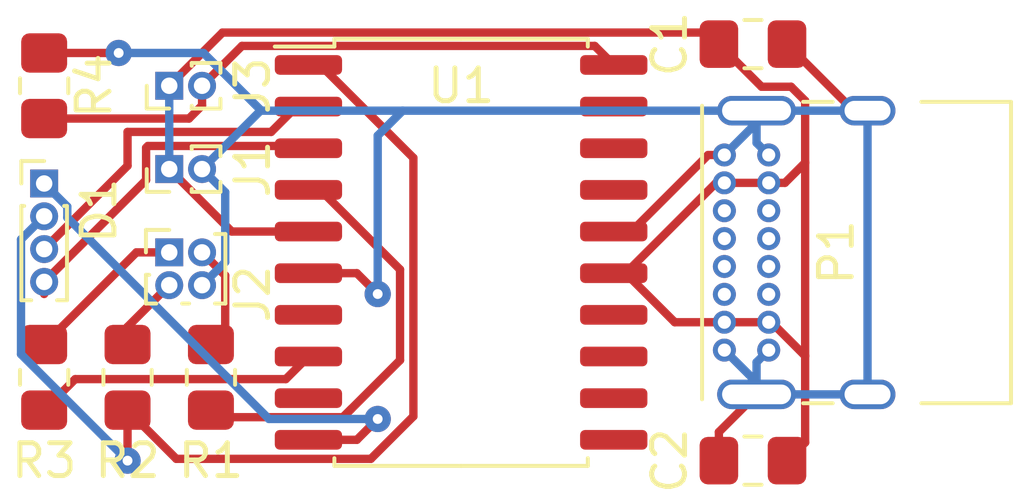
<source format=kicad_pcb>
(kicad_pcb (version 20171130) (host pcbnew "(5.1.7)-1")

  (general
    (thickness 1.6)
    (drawings 4)
    (tracks 115)
    (zones 0)
    (modules 12)
    (nets 26)
  )

  (page A4)
  (layers
    (0 F.Cu signal)
    (31 B.Cu signal)
    (32 B.Adhes user)
    (33 F.Adhes user)
    (34 B.Paste user)
    (35 F.Paste user)
    (36 B.SilkS user)
    (37 F.SilkS user)
    (38 B.Mask user)
    (39 F.Mask user)
    (40 Dwgs.User user)
    (41 Cmts.User user)
    (42 Eco1.User user)
    (43 Eco2.User user)
    (44 Edge.Cuts user)
    (45 Margin user)
    (46 B.CrtYd user)
    (47 F.CrtYd user)
    (48 B.Fab user)
    (49 F.Fab user)
  )

  (setup
    (last_trace_width 0.254)
    (user_trace_width 0.254)
    (trace_clearance 0.153)
    (zone_clearance 0.508)
    (zone_45_only no)
    (trace_min 0.153)
    (via_size 0.8)
    (via_drill 0.3)
    (via_min_size 0.4)
    (via_min_drill 0.3)
    (uvia_size 0.3)
    (uvia_drill 0.1)
    (uvias_allowed no)
    (uvia_min_size 0.2)
    (uvia_min_drill 0.1)
    (edge_width 0.05)
    (segment_width 0.2)
    (pcb_text_width 0.3)
    (pcb_text_size 1.5 1.5)
    (mod_edge_width 0.12)
    (mod_text_size 1 1)
    (mod_text_width 0.15)
    (pad_size 1.524 1.524)
    (pad_drill 0.762)
    (pad_to_mask_clearance 0)
    (aux_axis_origin 0 0)
    (visible_elements FFFFFF7F)
    (pcbplotparams
      (layerselection 0x010fc_ffffffff)
      (usegerberextensions false)
      (usegerberattributes true)
      (usegerberadvancedattributes true)
      (creategerberjobfile true)
      (excludeedgelayer true)
      (linewidth 0.100000)
      (plotframeref false)
      (viasonmask false)
      (mode 1)
      (useauxorigin false)
      (hpglpennumber 1)
      (hpglpenspeed 20)
      (hpglpendiameter 15.000000)
      (psnegative false)
      (psa4output false)
      (plotreference true)
      (plotvalue true)
      (plotinvisibletext false)
      (padsonsilk false)
      (subtractmaskfromsilk false)
      (outputformat 1)
      (mirror false)
      (drillshape 1)
      (scaleselection 1)
      (outputdirectory ""))
  )

  (net 0 "")
  (net 1 "Net-(C1-Pad2)")
  (net 2 "Net-(C1-Pad1)")
  (net 3 "Net-(D1-Pad3)")
  (net 4 "Net-(D1-Pad2)")
  (net 5 "Net-(D1-Pad1)")
  (net 6 "Net-(J2-Pad4)")
  (net 7 "Net-(J2-Pad3)")
  (net 8 "Net-(J2-Pad2)")
  (net 9 "Net-(J2-Pad1)")
  (net 10 "Net-(J3-Pad2)")
  (net 11 "Net-(P1-PadB5)")
  (net 12 "Net-(P1-PadA7)")
  (net 13 "Net-(P1-PadA6)")
  (net 14 "Net-(P1-PadA5)")
  (net 15 "Net-(R1-Pad2)")
  (net 16 "Net-(R2-Pad2)")
  (net 17 "Net-(U1-Pad19)")
  (net 18 "Net-(U1-Pad18)")
  (net 19 "Net-(U1-Pad17)")
  (net 20 "Net-(U1-Pad14)")
  (net 21 "Net-(U1-Pad13)")
  (net 22 "Net-(U1-Pad12)")
  (net 23 "Net-(U1-Pad11)")
  (net 24 "Net-(U1-Pad9)")
  (net 25 "Net-(U1-Pad7)")

  (net_class Default "This is the default net class."
    (clearance 0.153)
    (trace_width 0.153)
    (via_dia 0.8)
    (via_drill 0.3)
    (uvia_dia 0.3)
    (uvia_drill 0.1)
    (add_net "Net-(C1-Pad1)")
    (add_net "Net-(C1-Pad2)")
    (add_net "Net-(D1-Pad1)")
    (add_net "Net-(D1-Pad2)")
    (add_net "Net-(D1-Pad3)")
    (add_net "Net-(J2-Pad1)")
    (add_net "Net-(J2-Pad2)")
    (add_net "Net-(J2-Pad3)")
    (add_net "Net-(J2-Pad4)")
    (add_net "Net-(J3-Pad2)")
    (add_net "Net-(P1-PadA5)")
    (add_net "Net-(P1-PadA6)")
    (add_net "Net-(P1-PadA7)")
    (add_net "Net-(P1-PadB5)")
    (add_net "Net-(R1-Pad2)")
    (add_net "Net-(R2-Pad2)")
    (add_net "Net-(U1-Pad11)")
    (add_net "Net-(U1-Pad12)")
    (add_net "Net-(U1-Pad13)")
    (add_net "Net-(U1-Pad14)")
    (add_net "Net-(U1-Pad17)")
    (add_net "Net-(U1-Pad18)")
    (add_net "Net-(U1-Pad19)")
    (add_net "Net-(U1-Pad7)")
    (add_net "Net-(U1-Pad9)")
  )

  (module Connector_USB:USB_C_Receptacle_GCT_USB4085 (layer F.Cu) (tedit 5BCCCD93) (tstamp 60B2F27A)
    (at 152.8 104.58 90)
    (descr "USB 2.0 Type C Receptacle, https://gct.co/Files/Drawings/USB4085.pdf")
    (tags "USB Type-C Receptacle Through-hole Right angle")
    (path /60B29D1E)
    (fp_text reference P1 (at 2.98 3.41 90) (layer F.SilkS)
      (effects (font (size 1 1) (thickness 0.15)))
    )
    (fp_text value USB_C (at 2.98 4.68 270) (layer F.Fab)
      (effects (font (size 1 1) (thickness 0.15)))
    )
    (fp_text user %R (at 0 2.04 90) (layer F.Fab)
      (effects (font (size 1 1) (thickness 0.1)))
    )
    (fp_text user "PCB Edge" (at 0 -0.96 90) (layer Dwgs.User)
      (effects (font (size 0.5 0.5) (thickness 0.08)))
    )
    (fp_line (start -1.5 -0.56) (end 7.45 -0.56) (layer F.Fab) (width 0.1))
    (fp_line (start -1.5 8.61) (end 7.45 8.61) (layer F.Fab) (width 0.1))
    (fp_line (start -1.62 8.73) (end 7.57 8.73) (layer F.SilkS) (width 0.12))
    (fp_line (start -1.5 -0.68) (end 7.45 -0.68) (layer F.SilkS) (width 0.12))
    (fp_line (start -1.5 -0.56) (end -1.5 8.61) (layer F.Fab) (width 0.1))
    (fp_line (start 7.45 -0.56) (end 7.45 8.61) (layer F.Fab) (width 0.1))
    (fp_line (start 7.57 6) (end 7.57 8.73) (layer F.SilkS) (width 0.12))
    (fp_line (start -1.62 6) (end -1.62 8.73) (layer F.SilkS) (width 0.12))
    (fp_line (start 7.57 2.4) (end 7.57 3.3) (layer F.SilkS) (width 0.12))
    (fp_line (start -1.62 2.4) (end -1.62 3.3) (layer F.SilkS) (width 0.12))
    (fp_line (start -2.3 -1.06) (end -2.3 9.11) (layer F.CrtYd) (width 0.05))
    (fp_line (start -2.3 9.11) (end 8.25 9.11) (layer F.CrtYd) (width 0.05))
    (fp_line (start -2.3 -1.06) (end 8.25 -1.06) (layer F.CrtYd) (width 0.05))
    (fp_line (start 8.25 -1.06) (end 8.25 9.11) (layer F.CrtYd) (width 0.05))
    (fp_line (start -0.025 6.1) (end 5.975 6.1) (layer F.Fab) (width 0.1))
    (pad S1 thru_hole oval (at 7.3 4.36 90) (size 0.9 1.7) (drill oval 0.6 1.4) (layers *.Cu *.Mask)
      (net 1 "Net-(C1-Pad2)"))
    (pad S1 thru_hole oval (at -1.35 4.36 90) (size 0.9 1.7) (drill oval 0.6 1.4) (layers *.Cu *.Mask)
      (net 1 "Net-(C1-Pad2)"))
    (pad S1 thru_hole oval (at 7.3 0.98 90) (size 0.9 2.4) (drill oval 0.6 2.1) (layers *.Cu *.Mask)
      (net 1 "Net-(C1-Pad2)"))
    (pad S1 thru_hole oval (at -1.35 0.98 90) (size 0.9 2.4) (drill oval 0.6 2.1) (layers *.Cu *.Mask)
      (net 1 "Net-(C1-Pad2)"))
    (pad B6 thru_hole circle (at 3.4 1.35 90) (size 0.7 0.7) (drill 0.4) (layers *.Cu *.Mask))
    (pad B1 thru_hole circle (at 5.95 1.35 90) (size 0.7 0.7) (drill 0.4) (layers *.Cu *.Mask)
      (net 1 "Net-(C1-Pad2)"))
    (pad B4 thru_hole circle (at 5.1 1.35 90) (size 0.7 0.7) (drill 0.4) (layers *.Cu *.Mask)
      (net 2 "Net-(C1-Pad1)"))
    (pad B5 thru_hole circle (at 4.25 1.35 90) (size 0.7 0.7) (drill 0.4) (layers *.Cu *.Mask)
      (net 11 "Net-(P1-PadB5)"))
    (pad B12 thru_hole circle (at 0 1.35 90) (size 0.7 0.7) (drill 0.4) (layers *.Cu *.Mask)
      (net 1 "Net-(C1-Pad2)"))
    (pad B8 thru_hole circle (at 1.7 1.35 90) (size 0.7 0.7) (drill 0.4) (layers *.Cu *.Mask))
    (pad B7 thru_hole circle (at 2.55 1.35 90) (size 0.7 0.7) (drill 0.4) (layers *.Cu *.Mask))
    (pad B9 thru_hole circle (at 0.85 1.35 90) (size 0.7 0.7) (drill 0.4) (layers *.Cu *.Mask)
      (net 2 "Net-(C1-Pad1)"))
    (pad A12 thru_hole circle (at 5.95 0 90) (size 0.7 0.7) (drill 0.4) (layers *.Cu *.Mask)
      (net 1 "Net-(C1-Pad2)"))
    (pad A9 thru_hole circle (at 5.1 0 90) (size 0.7 0.7) (drill 0.4) (layers *.Cu *.Mask)
      (net 2 "Net-(C1-Pad1)"))
    (pad A8 thru_hole circle (at 4.25 0 90) (size 0.7 0.7) (drill 0.4) (layers *.Cu *.Mask))
    (pad A7 thru_hole circle (at 3.4 0 90) (size 0.7 0.7) (drill 0.4) (layers *.Cu *.Mask)
      (net 12 "Net-(P1-PadA7)"))
    (pad A6 thru_hole circle (at 2.55 0 90) (size 0.7 0.7) (drill 0.4) (layers *.Cu *.Mask)
      (net 13 "Net-(P1-PadA6)"))
    (pad A5 thru_hole circle (at 1.7 0 90) (size 0.7 0.7) (drill 0.4) (layers *.Cu *.Mask)
      (net 14 "Net-(P1-PadA5)"))
    (pad A4 thru_hole circle (at 0.85 0 90) (size 0.7 0.7) (drill 0.4) (layers *.Cu *.Mask)
      (net 2 "Net-(C1-Pad1)"))
    (pad A1 thru_hole circle (at 0 0 90) (size 0.7 0.7) (drill 0.4) (layers *.Cu *.Mask)
      (net 1 "Net-(C1-Pad2)"))
    (model ${KISYS3DMOD}/Connector_USB.3dshapes/USB_C_Receptacle_GCT_USB4085.wrl
      (at (xyz 0 0 0))
      (scale (xyz 1 1 1))
      (rotate (xyz 0 0 0))
    )
  )

  (module Package_SO:SOIC-20W_7.5x12.8mm_P1.27mm (layer F.Cu) (tedit 5D9F72B1) (tstamp 60B2F2E9)
    (at 144.78 101.6)
    (descr "SOIC, 20 Pin (JEDEC MS-013AC, https://www.analog.com/media/en/package-pcb-resources/package/233848rw_20.pdf), generated with kicad-footprint-generator ipc_gullwing_generator.py")
    (tags "SOIC SO")
    (path /60B444FB)
    (attr smd)
    (fp_text reference U1 (at 0 -5.08) (layer F.SilkS)
      (effects (font (size 1 1) (thickness 0.15)))
    )
    (fp_text value ATtiny261 (at 2.54 0 90) (layer F.Fab)
      (effects (font (size 1 1) (thickness 0.15)))
    )
    (fp_text user %R (at 0 0) (layer F.Fab)
      (effects (font (size 1 1) (thickness 0.15)))
    )
    (fp_line (start 0 6.51) (end 3.86 6.51) (layer F.SilkS) (width 0.12))
    (fp_line (start 3.86 6.51) (end 3.86 6.275) (layer F.SilkS) (width 0.12))
    (fp_line (start 0 6.51) (end -3.86 6.51) (layer F.SilkS) (width 0.12))
    (fp_line (start -3.86 6.51) (end -3.86 6.275) (layer F.SilkS) (width 0.12))
    (fp_line (start 0 -6.51) (end 3.86 -6.51) (layer F.SilkS) (width 0.12))
    (fp_line (start 3.86 -6.51) (end 3.86 -6.275) (layer F.SilkS) (width 0.12))
    (fp_line (start 0 -6.51) (end -3.86 -6.51) (layer F.SilkS) (width 0.12))
    (fp_line (start -3.86 -6.51) (end -3.86 -6.275) (layer F.SilkS) (width 0.12))
    (fp_line (start -3.86 -6.275) (end -5.675 -6.275) (layer F.SilkS) (width 0.12))
    (fp_line (start -2.75 -6.4) (end 3.75 -6.4) (layer F.Fab) (width 0.1))
    (fp_line (start 3.75 -6.4) (end 3.75 6.4) (layer F.Fab) (width 0.1))
    (fp_line (start 3.75 6.4) (end -3.75 6.4) (layer F.Fab) (width 0.1))
    (fp_line (start -3.75 6.4) (end -3.75 -5.4) (layer F.Fab) (width 0.1))
    (fp_line (start -3.75 -5.4) (end -2.75 -6.4) (layer F.Fab) (width 0.1))
    (fp_line (start -5.93 -6.65) (end -5.93 6.65) (layer F.CrtYd) (width 0.05))
    (fp_line (start -5.93 6.65) (end 5.93 6.65) (layer F.CrtYd) (width 0.05))
    (fp_line (start 5.93 6.65) (end 5.93 -6.65) (layer F.CrtYd) (width 0.05))
    (fp_line (start 5.93 -6.65) (end -5.93 -6.65) (layer F.CrtYd) (width 0.05))
    (pad 20 smd roundrect (at 4.65 -5.715) (size 2.05 0.6) (layers F.Cu F.Paste F.Mask) (roundrect_rratio 0.25)
      (net 10 "Net-(J3-Pad2)"))
    (pad 19 smd roundrect (at 4.65 -4.445) (size 2.05 0.6) (layers F.Cu F.Paste F.Mask) (roundrect_rratio 0.25)
      (net 17 "Net-(U1-Pad19)"))
    (pad 18 smd roundrect (at 4.65 -3.175) (size 2.05 0.6) (layers F.Cu F.Paste F.Mask) (roundrect_rratio 0.25)
      (net 18 "Net-(U1-Pad18)"))
    (pad 17 smd roundrect (at 4.65 -1.905) (size 2.05 0.6) (layers F.Cu F.Paste F.Mask) (roundrect_rratio 0.25)
      (net 19 "Net-(U1-Pad17)"))
    (pad 16 smd roundrect (at 4.65 -0.635) (size 2.05 0.6) (layers F.Cu F.Paste F.Mask) (roundrect_rratio 0.25)
      (net 1 "Net-(C1-Pad2)"))
    (pad 15 smd roundrect (at 4.65 0.635) (size 2.05 0.6) (layers F.Cu F.Paste F.Mask) (roundrect_rratio 0.25)
      (net 2 "Net-(C1-Pad1)"))
    (pad 14 smd roundrect (at 4.65 1.905) (size 2.05 0.6) (layers F.Cu F.Paste F.Mask) (roundrect_rratio 0.25)
      (net 20 "Net-(U1-Pad14)"))
    (pad 13 smd roundrect (at 4.65 3.175) (size 2.05 0.6) (layers F.Cu F.Paste F.Mask) (roundrect_rratio 0.25)
      (net 21 "Net-(U1-Pad13)"))
    (pad 12 smd roundrect (at 4.65 4.445) (size 2.05 0.6) (layers F.Cu F.Paste F.Mask) (roundrect_rratio 0.25)
      (net 22 "Net-(U1-Pad12)"))
    (pad 11 smd roundrect (at 4.65 5.715) (size 2.05 0.6) (layers F.Cu F.Paste F.Mask) (roundrect_rratio 0.25)
      (net 23 "Net-(U1-Pad11)"))
    (pad 10 smd roundrect (at -4.65 5.715) (size 2.05 0.6) (layers F.Cu F.Paste F.Mask) (roundrect_rratio 0.25)
      (net 9 "Net-(J2-Pad1)"))
    (pad 9 smd roundrect (at -4.65 4.445) (size 2.05 0.6) (layers F.Cu F.Paste F.Mask) (roundrect_rratio 0.25)
      (net 24 "Net-(U1-Pad9)"))
    (pad 8 smd roundrect (at -4.65 3.175) (size 2.05 0.6) (layers F.Cu F.Paste F.Mask) (roundrect_rratio 0.25)
      (net 15 "Net-(R1-Pad2)"))
    (pad 7 smd roundrect (at -4.65 1.905) (size 2.05 0.6) (layers F.Cu F.Paste F.Mask) (roundrect_rratio 0.25)
      (net 25 "Net-(U1-Pad7)"))
    (pad 6 smd roundrect (at -4.65 0.635) (size 2.05 0.6) (layers F.Cu F.Paste F.Mask) (roundrect_rratio 0.25)
      (net 1 "Net-(C1-Pad2)"))
    (pad 5 smd roundrect (at -4.65 -0.635) (size 2.05 0.6) (layers F.Cu F.Paste F.Mask) (roundrect_rratio 0.25)
      (net 2 "Net-(C1-Pad1)"))
    (pad 4 smd roundrect (at -4.65 -1.905) (size 2.05 0.6) (layers F.Cu F.Paste F.Mask) (roundrect_rratio 0.25)
      (net 16 "Net-(R2-Pad2)"))
    (pad 3 smd roundrect (at -4.65 -3.175) (size 2.05 0.6) (layers F.Cu F.Paste F.Mask) (roundrect_rratio 0.25)
      (net 6 "Net-(J2-Pad4)"))
    (pad 2 smd roundrect (at -4.65 -4.445) (size 2.05 0.6) (layers F.Cu F.Paste F.Mask) (roundrect_rratio 0.25)
      (net 7 "Net-(J2-Pad3)"))
    (pad 1 smd roundrect (at -4.65 -5.715) (size 2.05 0.6) (layers F.Cu F.Paste F.Mask) (roundrect_rratio 0.25)
      (net 8 "Net-(J2-Pad2)"))
    (model ${KISYS3DMOD}/Package_SO.3dshapes/SOIC-20W_7.5x12.8mm_P1.27mm.wrl
      (at (xyz 0 0 0))
      (scale (xyz 1 1 1))
      (rotate (xyz 0 0 0))
    )
  )

  (module Resistor_SMD:R_0805_2012Metric_Pad1.20x1.40mm_HandSolder (layer F.Cu) (tedit 5F68FEEE) (tstamp 60B2F2BE)
    (at 132.08 96.52 90)
    (descr "Resistor SMD 0805 (2012 Metric), square (rectangular) end terminal, IPC_7351 nominal with elongated pad for handsoldering. (Body size source: IPC-SM-782 page 72, https://www.pcb-3d.com/wordpress/wp-content/uploads/ipc-sm-782a_amendment_1_and_2.pdf), generated with kicad-footprint-generator")
    (tags "resistor handsolder")
    (path /60B5C7F7)
    (attr smd)
    (fp_text reference R4 (at 0 1.52 270) (layer F.SilkS)
      (effects (font (size 1 1) (thickness 0.15)))
    )
    (fp_text value 10k (at 0 1.65 90) (layer F.Fab)
      (effects (font (size 1 1) (thickness 0.15)))
    )
    (fp_text user %R (at 0 0 90) (layer F.Fab)
      (effects (font (size 0.5 0.5) (thickness 0.08)))
    )
    (fp_line (start -1 0.625) (end -1 -0.625) (layer F.Fab) (width 0.1))
    (fp_line (start -1 -0.625) (end 1 -0.625) (layer F.Fab) (width 0.1))
    (fp_line (start 1 -0.625) (end 1 0.625) (layer F.Fab) (width 0.1))
    (fp_line (start 1 0.625) (end -1 0.625) (layer F.Fab) (width 0.1))
    (fp_line (start -0.227064 -0.735) (end 0.227064 -0.735) (layer F.SilkS) (width 0.12))
    (fp_line (start -0.227064 0.735) (end 0.227064 0.735) (layer F.SilkS) (width 0.12))
    (fp_line (start -1.85 0.95) (end -1.85 -0.95) (layer F.CrtYd) (width 0.05))
    (fp_line (start -1.85 -0.95) (end 1.85 -0.95) (layer F.CrtYd) (width 0.05))
    (fp_line (start 1.85 -0.95) (end 1.85 0.95) (layer F.CrtYd) (width 0.05))
    (fp_line (start 1.85 0.95) (end -1.85 0.95) (layer F.CrtYd) (width 0.05))
    (pad 2 smd roundrect (at 1 0 90) (size 1.2 1.4) (layers F.Cu F.Paste F.Mask) (roundrect_rratio 0.208333)
      (net 1 "Net-(C1-Pad2)"))
    (pad 1 smd roundrect (at -1 0 90) (size 1.2 1.4) (layers F.Cu F.Paste F.Mask) (roundrect_rratio 0.208333)
      (net 10 "Net-(J3-Pad2)"))
    (model ${KISYS3DMOD}/Resistor_SMD.3dshapes/R_0805_2012Metric.wrl
      (at (xyz 0 0 0))
      (scale (xyz 1 1 1))
      (rotate (xyz 0 0 0))
    )
  )

  (module Resistor_SMD:R_0805_2012Metric_Pad1.20x1.40mm_HandSolder (layer F.Cu) (tedit 5F68FEEE) (tstamp 60B2F2AD)
    (at 134.62 105.41 270)
    (descr "Resistor SMD 0805 (2012 Metric), square (rectangular) end terminal, IPC_7351 nominal with elongated pad for handsoldering. (Body size source: IPC-SM-782 page 72, https://www.pcb-3d.com/wordpress/wp-content/uploads/ipc-sm-782a_amendment_1_and_2.pdf), generated with kicad-footprint-generator")
    (tags "resistor handsolder")
    (path /60B383AA)
    (attr smd)
    (fp_text reference R3 (at 2.54 2.54) (layer F.SilkS)
      (effects (font (size 1 1) (thickness 0.15)))
    )
    (fp_text value 220 (at 0 0 90) (layer F.Fab)
      (effects (font (size 1 1) (thickness 0.15)))
    )
    (fp_text user %R (at 0 0 90) (layer F.Fab)
      (effects (font (size 0.5 0.5) (thickness 0.08)))
    )
    (fp_line (start -1 0.625) (end -1 -0.625) (layer F.Fab) (width 0.1))
    (fp_line (start -1 -0.625) (end 1 -0.625) (layer F.Fab) (width 0.1))
    (fp_line (start 1 -0.625) (end 1 0.625) (layer F.Fab) (width 0.1))
    (fp_line (start 1 0.625) (end -1 0.625) (layer F.Fab) (width 0.1))
    (fp_line (start -0.227064 -0.735) (end 0.227064 -0.735) (layer F.SilkS) (width 0.12))
    (fp_line (start -0.227064 0.735) (end 0.227064 0.735) (layer F.SilkS) (width 0.12))
    (fp_line (start -1.85 0.95) (end -1.85 -0.95) (layer F.CrtYd) (width 0.05))
    (fp_line (start -1.85 -0.95) (end 1.85 -0.95) (layer F.CrtYd) (width 0.05))
    (fp_line (start 1.85 -0.95) (end 1.85 0.95) (layer F.CrtYd) (width 0.05))
    (fp_line (start 1.85 0.95) (end -1.85 0.95) (layer F.CrtYd) (width 0.05))
    (pad 2 smd roundrect (at 1 0 270) (size 1.2 1.4) (layers F.Cu F.Paste F.Mask) (roundrect_rratio 0.208333)
      (net 8 "Net-(J2-Pad2)"))
    (pad 1 smd roundrect (at -1 0 270) (size 1.2 1.4) (layers F.Cu F.Paste F.Mask) (roundrect_rratio 0.208333)
      (net 3 "Net-(D1-Pad3)"))
    (model ${KISYS3DMOD}/Resistor_SMD.3dshapes/R_0805_2012Metric.wrl
      (at (xyz 0 0 0))
      (scale (xyz 1 1 1))
      (rotate (xyz 0 0 0))
    )
  )

  (module Resistor_SMD:R_0805_2012Metric_Pad1.20x1.40mm_HandSolder (layer F.Cu) (tedit 5F68FEEE) (tstamp 60B2F29C)
    (at 137.16 105.41 270)
    (descr "Resistor SMD 0805 (2012 Metric), square (rectangular) end terminal, IPC_7351 nominal with elongated pad for handsoldering. (Body size source: IPC-SM-782 page 72, https://www.pcb-3d.com/wordpress/wp-content/uploads/ipc-sm-782a_amendment_1_and_2.pdf), generated with kicad-footprint-generator")
    (tags "resistor handsolder")
    (path /60B393AF)
    (attr smd)
    (fp_text reference R1 (at 2.54 0) (layer F.SilkS)
      (effects (font (size 1 1) (thickness 0.15)))
    )
    (fp_text value 220 (at 0 0 90) (layer F.Fab)
      (effects (font (size 1 1) (thickness 0.15)))
    )
    (fp_text user %R (at 0 0 270) (layer F.Fab)
      (effects (font (size 0.5 0.5) (thickness 0.08)))
    )
    (fp_line (start -1 0.625) (end -1 -0.625) (layer F.Fab) (width 0.1))
    (fp_line (start -1 -0.625) (end 1 -0.625) (layer F.Fab) (width 0.1))
    (fp_line (start 1 -0.625) (end 1 0.625) (layer F.Fab) (width 0.1))
    (fp_line (start 1 0.625) (end -1 0.625) (layer F.Fab) (width 0.1))
    (fp_line (start -0.227064 -0.735) (end 0.227064 -0.735) (layer F.SilkS) (width 0.12))
    (fp_line (start -0.227064 0.735) (end 0.227064 0.735) (layer F.SilkS) (width 0.12))
    (fp_line (start -1.85 0.95) (end -1.85 -0.95) (layer F.CrtYd) (width 0.05))
    (fp_line (start -1.85 -0.95) (end 1.85 -0.95) (layer F.CrtYd) (width 0.05))
    (fp_line (start 1.85 -0.95) (end 1.85 0.95) (layer F.CrtYd) (width 0.05))
    (fp_line (start 1.85 0.95) (end -1.85 0.95) (layer F.CrtYd) (width 0.05))
    (pad 2 smd roundrect (at 1 0 270) (size 1.2 1.4) (layers F.Cu F.Paste F.Mask) (roundrect_rratio 0.208333)
      (net 16 "Net-(R2-Pad2)"))
    (pad 1 smd roundrect (at -1 0 270) (size 1.2 1.4) (layers F.Cu F.Paste F.Mask) (roundrect_rratio 0.208333)
      (net 4 "Net-(D1-Pad2)"))
    (model ${KISYS3DMOD}/Resistor_SMD.3dshapes/R_0805_2012Metric.wrl
      (at (xyz 0 0 0))
      (scale (xyz 1 1 1))
      (rotate (xyz 0 0 0))
    )
  )

  (module Resistor_SMD:R_0805_2012Metric_Pad1.20x1.40mm_HandSolder (layer F.Cu) (tedit 5F68FEEE) (tstamp 60B2F28B)
    (at 132.08 105.41 270)
    (descr "Resistor SMD 0805 (2012 Metric), square (rectangular) end terminal, IPC_7351 nominal with elongated pad for handsoldering. (Body size source: IPC-SM-782 page 72, https://www.pcb-3d.com/wordpress/wp-content/uploads/ipc-sm-782a_amendment_1_and_2.pdf), generated with kicad-footprint-generator")
    (tags "resistor handsolder")
    (path /60B3964C)
    (attr smd)
    (fp_text reference R2 (at 2.54 -2.54) (layer F.SilkS)
      (effects (font (size 1 1) (thickness 0.15)))
    )
    (fp_text value 220 (at 0 0 90) (layer F.Fab)
      (effects (font (size 1 1) (thickness 0.15)))
    )
    (fp_text user %R (at 0 0 90) (layer F.Fab)
      (effects (font (size 0.5 0.5) (thickness 0.08)))
    )
    (fp_line (start -1 0.625) (end -1 -0.625) (layer F.Fab) (width 0.1))
    (fp_line (start -1 -0.625) (end 1 -0.625) (layer F.Fab) (width 0.1))
    (fp_line (start 1 -0.625) (end 1 0.625) (layer F.Fab) (width 0.1))
    (fp_line (start 1 0.625) (end -1 0.625) (layer F.Fab) (width 0.1))
    (fp_line (start -0.227064 -0.735) (end 0.227064 -0.735) (layer F.SilkS) (width 0.12))
    (fp_line (start -0.227064 0.735) (end 0.227064 0.735) (layer F.SilkS) (width 0.12))
    (fp_line (start -1.85 0.95) (end -1.85 -0.95) (layer F.CrtYd) (width 0.05))
    (fp_line (start -1.85 -0.95) (end 1.85 -0.95) (layer F.CrtYd) (width 0.05))
    (fp_line (start 1.85 -0.95) (end 1.85 0.95) (layer F.CrtYd) (width 0.05))
    (fp_line (start 1.85 0.95) (end -1.85 0.95) (layer F.CrtYd) (width 0.05))
    (pad 2 smd roundrect (at 1 0 270) (size 1.2 1.4) (layers F.Cu F.Paste F.Mask) (roundrect_rratio 0.208333)
      (net 15 "Net-(R1-Pad2)"))
    (pad 1 smd roundrect (at -1 0 270) (size 1.2 1.4) (layers F.Cu F.Paste F.Mask) (roundrect_rratio 0.208333)
      (net 5 "Net-(D1-Pad1)"))
    (model ${KISYS3DMOD}/Resistor_SMD.3dshapes/R_0805_2012Metric.wrl
      (at (xyz 0 0 0))
      (scale (xyz 1 1 1))
      (rotate (xyz 0 0 0))
    )
  )

  (module Connector_PinHeader_1.00mm:PinHeader_1x02_P1.00mm_Vertical (layer F.Cu) (tedit 59FED738) (tstamp 60B2F24F)
    (at 135.89 96.52 90)
    (descr "Through hole straight pin header, 1x02, 1.00mm pitch, single row")
    (tags "Through hole pin header THT 1x02 1.00mm single row")
    (path /60B5ABF8)
    (fp_text reference J3 (at 0 2.54 270) (layer F.SilkS)
      (effects (font (size 1 1) (thickness 0.15)))
    )
    (fp_text value PHOTOR (at -1.27 2.56 90) (layer F.Fab)
      (effects (font (size 1 1) (thickness 0.15)))
    )
    (fp_text user %R (at 0 0.5) (layer F.Fab)
      (effects (font (size 0.76 0.76) (thickness 0.114)))
    )
    (fp_line (start -0.3175 -0.5) (end 0.635 -0.5) (layer F.Fab) (width 0.1))
    (fp_line (start 0.635 -0.5) (end 0.635 1.5) (layer F.Fab) (width 0.1))
    (fp_line (start 0.635 1.5) (end -0.635 1.5) (layer F.Fab) (width 0.1))
    (fp_line (start -0.635 1.5) (end -0.635 -0.1825) (layer F.Fab) (width 0.1))
    (fp_line (start -0.635 -0.1825) (end -0.3175 -0.5) (layer F.Fab) (width 0.1))
    (fp_line (start -0.695 1.56) (end -0.394493 1.56) (layer F.SilkS) (width 0.12))
    (fp_line (start 0.394493 1.56) (end 0.695 1.56) (layer F.SilkS) (width 0.12))
    (fp_line (start -0.695 0.685) (end -0.695 1.56) (layer F.SilkS) (width 0.12))
    (fp_line (start 0.695 0.685) (end 0.695 1.56) (layer F.SilkS) (width 0.12))
    (fp_line (start -0.695 0.685) (end -0.608276 0.685) (layer F.SilkS) (width 0.12))
    (fp_line (start 0.608276 0.685) (end 0.695 0.685) (layer F.SilkS) (width 0.12))
    (fp_line (start -0.695 0) (end -0.695 -0.685) (layer F.SilkS) (width 0.12))
    (fp_line (start -0.695 -0.685) (end 0 -0.685) (layer F.SilkS) (width 0.12))
    (fp_line (start -1.15 -1) (end -1.15 2) (layer F.CrtYd) (width 0.05))
    (fp_line (start -1.15 2) (end 1.15 2) (layer F.CrtYd) (width 0.05))
    (fp_line (start 1.15 2) (end 1.15 -1) (layer F.CrtYd) (width 0.05))
    (fp_line (start 1.15 -1) (end -1.15 -1) (layer F.CrtYd) (width 0.05))
    (pad 2 thru_hole oval (at 0 1 90) (size 0.85 0.85) (drill 0.5) (layers *.Cu *.Mask)
      (net 10 "Net-(J3-Pad2)"))
    (pad 1 thru_hole rect (at 0 0 90) (size 0.85 0.85) (drill 0.5) (layers *.Cu *.Mask)
      (net 2 "Net-(C1-Pad1)"))
    (model ${KISYS3DMOD}/Connector_PinHeader_1.00mm.3dshapes/PinHeader_1x02_P1.00mm_Vertical.wrl
      (at (xyz 0 0 0))
      (scale (xyz 1 1 1))
      (rotate (xyz 0 0 0))
    )
  )

  (module Connector_PinHeader_1.00mm:PinHeader_1x04_P1.00mm_Vertical (layer F.Cu) (tedit 59FED738) (tstamp 60B2F237)
    (at 132.08 99.5)
    (descr "Through hole straight pin header, 1x04, 1.00mm pitch, single row")
    (tags "Through hole pin header THT 1x04 1.00mm single row")
    (path /60B3AEC9)
    (fp_text reference J2 (at 6.35 3.37 270) (layer F.SilkS)
      (effects (font (size 1 1) (thickness 0.15)))
    )
    (fp_text value PROG (at 1.27 1.44 90) (layer F.Fab)
      (effects (font (size 1 1) (thickness 0.15)))
    )
    (fp_text user %R (at 0 1.5 90) (layer F.Fab)
      (effects (font (size 0.76 0.76) (thickness 0.114)))
    )
    (fp_line (start -0.3175 -0.5) (end 0.635 -0.5) (layer F.Fab) (width 0.1))
    (fp_line (start 0.635 -0.5) (end 0.635 3.5) (layer F.Fab) (width 0.1))
    (fp_line (start 0.635 3.5) (end -0.635 3.5) (layer F.Fab) (width 0.1))
    (fp_line (start -0.635 3.5) (end -0.635 -0.1825) (layer F.Fab) (width 0.1))
    (fp_line (start -0.635 -0.1825) (end -0.3175 -0.5) (layer F.Fab) (width 0.1))
    (fp_line (start -0.695 3.56) (end -0.394493 3.56) (layer F.SilkS) (width 0.12))
    (fp_line (start 0.394493 3.56) (end 0.695 3.56) (layer F.SilkS) (width 0.12))
    (fp_line (start -0.695 0.685) (end -0.695 3.56) (layer F.SilkS) (width 0.12))
    (fp_line (start 0.695 0.685) (end 0.695 3.56) (layer F.SilkS) (width 0.12))
    (fp_line (start -0.695 0.685) (end -0.608276 0.685) (layer F.SilkS) (width 0.12))
    (fp_line (start 0.608276 0.685) (end 0.695 0.685) (layer F.SilkS) (width 0.12))
    (fp_line (start -0.695 0) (end -0.695 -0.685) (layer F.SilkS) (width 0.12))
    (fp_line (start -0.695 -0.685) (end 0 -0.685) (layer F.SilkS) (width 0.12))
    (fp_line (start -1.15 -1) (end -1.15 4) (layer F.CrtYd) (width 0.05))
    (fp_line (start -1.15 4) (end 1.15 4) (layer F.CrtYd) (width 0.05))
    (fp_line (start 1.15 4) (end 1.15 -1) (layer F.CrtYd) (width 0.05))
    (fp_line (start 1.15 -1) (end -1.15 -1) (layer F.CrtYd) (width 0.05))
    (pad 4 thru_hole oval (at 0 3) (size 0.85 0.85) (drill 0.5) (layers *.Cu *.Mask)
      (net 6 "Net-(J2-Pad4)"))
    (pad 3 thru_hole oval (at 0 2) (size 0.85 0.85) (drill 0.5) (layers *.Cu *.Mask)
      (net 7 "Net-(J2-Pad3)"))
    (pad 2 thru_hole oval (at 0 1) (size 0.85 0.85) (drill 0.5) (layers *.Cu *.Mask)
      (net 8 "Net-(J2-Pad2)"))
    (pad 1 thru_hole rect (at 0 0) (size 0.85 0.85) (drill 0.5) (layers *.Cu *.Mask)
      (net 9 "Net-(J2-Pad1)"))
    (model ${KISYS3DMOD}/Connector_PinHeader_1.00mm.3dshapes/PinHeader_1x04_P1.00mm_Vertical.wrl
      (at (xyz 0 0 0))
      (scale (xyz 1 1 1))
      (rotate (xyz 0 0 0))
    )
  )

  (module Connector_PinHeader_1.00mm:PinHeader_1x02_P1.00mm_Vertical (layer F.Cu) (tedit 59FED738) (tstamp 60B2F21D)
    (at 135.89 99.06 90)
    (descr "Through hole straight pin header, 1x02, 1.00mm pitch, single row")
    (tags "Through hole pin header THT 1x02 1.00mm single row")
    (path /60B66FC2)
    (fp_text reference J1 (at 0 2.54 90) (layer F.SilkS)
      (effects (font (size 1 1) (thickness 0.15)))
    )
    (fp_text value VCC (at 0 -3.18 270) (layer F.Fab)
      (effects (font (size 1 1) (thickness 0.15)))
    )
    (fp_text user %R (at 0 0.5) (layer F.Fab)
      (effects (font (size 0.76 0.76) (thickness 0.114)))
    )
    (fp_line (start -0.3175 -0.5) (end 0.635 -0.5) (layer F.Fab) (width 0.1))
    (fp_line (start 0.635 -0.5) (end 0.635 1.5) (layer F.Fab) (width 0.1))
    (fp_line (start 0.635 1.5) (end -0.635 1.5) (layer F.Fab) (width 0.1))
    (fp_line (start -0.635 1.5) (end -0.635 -0.1825) (layer F.Fab) (width 0.1))
    (fp_line (start -0.635 -0.1825) (end -0.3175 -0.5) (layer F.Fab) (width 0.1))
    (fp_line (start -0.695 1.56) (end -0.394493 1.56) (layer F.SilkS) (width 0.12))
    (fp_line (start 0.394493 1.56) (end 0.695 1.56) (layer F.SilkS) (width 0.12))
    (fp_line (start -0.695 0.685) (end -0.695 1.56) (layer F.SilkS) (width 0.12))
    (fp_line (start 0.695 0.685) (end 0.695 1.56) (layer F.SilkS) (width 0.12))
    (fp_line (start -0.695 0.685) (end -0.608276 0.685) (layer F.SilkS) (width 0.12))
    (fp_line (start 0.608276 0.685) (end 0.695 0.685) (layer F.SilkS) (width 0.12))
    (fp_line (start -0.695 0) (end -0.695 -0.685) (layer F.SilkS) (width 0.12))
    (fp_line (start -0.695 -0.685) (end 0 -0.685) (layer F.SilkS) (width 0.12))
    (fp_line (start -1.15 -1) (end -1.15 2) (layer F.CrtYd) (width 0.05))
    (fp_line (start -1.15 2) (end 1.15 2) (layer F.CrtYd) (width 0.05))
    (fp_line (start 1.15 2) (end 1.15 -1) (layer F.CrtYd) (width 0.05))
    (fp_line (start 1.15 -1) (end -1.15 -1) (layer F.CrtYd) (width 0.05))
    (pad 2 thru_hole oval (at 0 1 90) (size 0.85 0.85) (drill 0.5) (layers *.Cu *.Mask)
      (net 1 "Net-(C1-Pad2)"))
    (pad 1 thru_hole rect (at 0 0 90) (size 0.85 0.85) (drill 0.5) (layers *.Cu *.Mask)
      (net 2 "Net-(C1-Pad1)"))
    (model ${KISYS3DMOD}/Connector_PinHeader_1.00mm.3dshapes/PinHeader_1x02_P1.00mm_Vertical.wrl
      (at (xyz 0 0 0))
      (scale (xyz 1 1 1))
      (rotate (xyz 0 0 0))
    )
  )

  (module Connector_PinHeader_1.00mm:PinHeader_2x02_P1.00mm_Vertical (layer F.Cu) (tedit 59FED738) (tstamp 60B2F205)
    (at 135.89 101.6)
    (descr "Through hole straight pin header, 2x02, 1.00mm pitch, double rows")
    (tags "Through hole pin header THT 2x02 1.00mm double row")
    (path /60B3463D)
    (fp_text reference D1 (at -2.14 -1.27 270) (layer F.SilkS)
      (effects (font (size 1 1) (thickness 0.15)))
    )
    (fp_text value LED_RGBC (at -1.27 -1.68) (layer F.Fab)
      (effects (font (size 1 1) (thickness 0.15)))
    )
    (fp_text user %R (at 0.5 0.5 90) (layer F.Fab)
      (effects (font (size 1 1) (thickness 0.15)))
    )
    (fp_line (start -0.075 -0.5) (end 1.65 -0.5) (layer F.Fab) (width 0.1))
    (fp_line (start 1.65 -0.5) (end 1.65 1.5) (layer F.Fab) (width 0.1))
    (fp_line (start 1.65 1.5) (end -0.65 1.5) (layer F.Fab) (width 0.1))
    (fp_line (start -0.65 1.5) (end -0.65 0.075) (layer F.Fab) (width 0.1))
    (fp_line (start -0.65 0.075) (end -0.075 -0.5) (layer F.Fab) (width 0.1))
    (fp_line (start -0.71 1.56) (end -0.394493 1.56) (layer F.SilkS) (width 0.12))
    (fp_line (start 1.394493 1.56) (end 1.71 1.56) (layer F.SilkS) (width 0.12))
    (fp_line (start 0.394493 1.56) (end 0.605507 1.56) (layer F.SilkS) (width 0.12))
    (fp_line (start -0.71 0.685) (end -0.71 1.56) (layer F.SilkS) (width 0.12))
    (fp_line (start 1.71 -0.56) (end 1.71 1.56) (layer F.SilkS) (width 0.12))
    (fp_line (start -0.71 0.685) (end -0.608276 0.685) (layer F.SilkS) (width 0.12))
    (fp_line (start 1.394493 -0.56) (end 1.71 -0.56) (layer F.SilkS) (width 0.12))
    (fp_line (start -0.71 0) (end -0.71 -0.685) (layer F.SilkS) (width 0.12))
    (fp_line (start -0.71 -0.685) (end 0 -0.685) (layer F.SilkS) (width 0.12))
    (fp_line (start -1.15 -1) (end -1.15 2) (layer F.CrtYd) (width 0.05))
    (fp_line (start -1.15 2) (end 2.15 2) (layer F.CrtYd) (width 0.05))
    (fp_line (start 2.15 2) (end 2.15 -1) (layer F.CrtYd) (width 0.05))
    (fp_line (start 2.15 -1) (end -1.15 -1) (layer F.CrtYd) (width 0.05))
    (pad 4 thru_hole oval (at 1 1) (size 0.85 0.85) (drill 0.5) (layers *.Cu *.Mask)
      (net 1 "Net-(C1-Pad2)"))
    (pad 3 thru_hole oval (at 0 1) (size 0.85 0.85) (drill 0.5) (layers *.Cu *.Mask)
      (net 3 "Net-(D1-Pad3)"))
    (pad 2 thru_hole oval (at 1 0) (size 0.85 0.85) (drill 0.5) (layers *.Cu *.Mask)
      (net 4 "Net-(D1-Pad2)"))
    (pad 1 thru_hole rect (at 0 0) (size 0.85 0.85) (drill 0.5) (layers *.Cu *.Mask)
      (net 5 "Net-(D1-Pad1)"))
    (model ${KISYS3DMOD}/Connector_PinHeader_1.00mm.3dshapes/PinHeader_2x02_P1.00mm_Vertical.wrl
      (at (xyz 0 0 0))
      (scale (xyz 1 1 1))
      (rotate (xyz 0 0 0))
    )
  )

  (module Capacitor_SMD:C_0805_2012Metric_Pad1.18x1.45mm_HandSolder (layer F.Cu) (tedit 5F68FEEF) (tstamp 60B2F1EA)
    (at 153.67 107.95 180)
    (descr "Capacitor SMD 0805 (2012 Metric), square (rectangular) end terminal, IPC_7351 nominal with elongated pad for handsoldering. (Body size source: IPC-SM-782 page 76, https://www.pcb-3d.com/wordpress/wp-content/uploads/ipc-sm-782a_amendment_1_and_2.pdf, https://docs.google.com/spreadsheets/d/1BsfQQcO9C6DZCsRaXUlFlo91Tg2WpOkGARC1WS5S8t0/edit?usp=sharing), generated with kicad-footprint-generator")
    (tags "capacitor handsolder")
    (path /60B6F8BF)
    (attr smd)
    (fp_text reference C2 (at 2.54 0 270) (layer F.SilkS)
      (effects (font (size 1 1) (thickness 0.15)))
    )
    (fp_text value 0.1uF (at 0 1.68) (layer F.Fab)
      (effects (font (size 1 1) (thickness 0.15)))
    )
    (fp_text user %R (at 0 0) (layer F.Fab)
      (effects (font (size 0.5 0.5) (thickness 0.08)))
    )
    (fp_line (start -1 0.625) (end -1 -0.625) (layer F.Fab) (width 0.1))
    (fp_line (start -1 -0.625) (end 1 -0.625) (layer F.Fab) (width 0.1))
    (fp_line (start 1 -0.625) (end 1 0.625) (layer F.Fab) (width 0.1))
    (fp_line (start 1 0.625) (end -1 0.625) (layer F.Fab) (width 0.1))
    (fp_line (start -0.261252 -0.735) (end 0.261252 -0.735) (layer F.SilkS) (width 0.12))
    (fp_line (start -0.261252 0.735) (end 0.261252 0.735) (layer F.SilkS) (width 0.12))
    (fp_line (start -1.88 0.98) (end -1.88 -0.98) (layer F.CrtYd) (width 0.05))
    (fp_line (start -1.88 -0.98) (end 1.88 -0.98) (layer F.CrtYd) (width 0.05))
    (fp_line (start 1.88 -0.98) (end 1.88 0.98) (layer F.CrtYd) (width 0.05))
    (fp_line (start 1.88 0.98) (end -1.88 0.98) (layer F.CrtYd) (width 0.05))
    (pad 2 smd roundrect (at 1.0375 0 180) (size 1.175 1.45) (layers F.Cu F.Paste F.Mask) (roundrect_rratio 0.212766)
      (net 1 "Net-(C1-Pad2)"))
    (pad 1 smd roundrect (at -1.0375 0 180) (size 1.175 1.45) (layers F.Cu F.Paste F.Mask) (roundrect_rratio 0.212766)
      (net 2 "Net-(C1-Pad1)"))
    (model ${KISYS3DMOD}/Capacitor_SMD.3dshapes/C_0805_2012Metric.wrl
      (at (xyz 0 0 0))
      (scale (xyz 1 1 1))
      (rotate (xyz 0 0 0))
    )
  )

  (module Capacitor_SMD:C_0805_2012Metric_Pad1.18x1.45mm_HandSolder (layer F.Cu) (tedit 5F68FEEF) (tstamp 60B2F1D9)
    (at 153.67 95.25)
    (descr "Capacitor SMD 0805 (2012 Metric), square (rectangular) end terminal, IPC_7351 nominal with elongated pad for handsoldering. (Body size source: IPC-SM-782 page 76, https://www.pcb-3d.com/wordpress/wp-content/uploads/ipc-sm-782a_amendment_1_and_2.pdf, https://docs.google.com/spreadsheets/d/1BsfQQcO9C6DZCsRaXUlFlo91Tg2WpOkGARC1WS5S8t0/edit?usp=sharing), generated with kicad-footprint-generator")
    (tags "capacitor handsolder")
    (path /60B6B842)
    (attr smd)
    (fp_text reference C1 (at -2.54 0 90) (layer F.SilkS)
      (effects (font (size 1 1) (thickness 0.15)))
    )
    (fp_text value 0.1uF (at 0 1.68) (layer F.Fab)
      (effects (font (size 1 1) (thickness 0.15)))
    )
    (fp_line (start 1.88 0.98) (end -1.88 0.98) (layer F.CrtYd) (width 0.05))
    (fp_line (start 1.88 -0.98) (end 1.88 0.98) (layer F.CrtYd) (width 0.05))
    (fp_line (start -1.88 -0.98) (end 1.88 -0.98) (layer F.CrtYd) (width 0.05))
    (fp_line (start -1.88 0.98) (end -1.88 -0.98) (layer F.CrtYd) (width 0.05))
    (fp_line (start -0.261252 0.735) (end 0.261252 0.735) (layer F.SilkS) (width 0.12))
    (fp_line (start -0.261252 -0.735) (end 0.261252 -0.735) (layer F.SilkS) (width 0.12))
    (fp_line (start 1 0.625) (end -1 0.625) (layer F.Fab) (width 0.1))
    (fp_line (start 1 -0.625) (end 1 0.625) (layer F.Fab) (width 0.1))
    (fp_line (start -1 -0.625) (end 1 -0.625) (layer F.Fab) (width 0.1))
    (fp_line (start -1 0.625) (end -1 -0.625) (layer F.Fab) (width 0.1))
    (fp_text user %R (at 0 0) (layer F.Fab)
      (effects (font (size 0.5 0.5) (thickness 0.08)))
    )
    (pad 1 smd roundrect (at -1.0375 0) (size 1.175 1.45) (layers F.Cu F.Paste F.Mask) (roundrect_rratio 0.212766)
      (net 2 "Net-(C1-Pad1)"))
    (pad 2 smd roundrect (at 1.0375 0) (size 1.175 1.45) (layers F.Cu F.Paste F.Mask) (roundrect_rratio 0.212766)
      (net 1 "Net-(C1-Pad2)"))
    (model ${KISYS3DMOD}/Capacitor_SMD.3dshapes/C_0805_2012Metric.wrl
      (at (xyz 0 0 0))
      (scale (xyz 1 1 1))
      (rotate (xyz 0 0 0))
    )
  )

  (gr_line (start 130.81 109.22) (end 158.75 109.22) (layer Dwgs.User) (width 0.15) (tstamp 60B34EB4))
  (gr_line (start 158.75 93.98) (end 130.81 93.98) (layer Dwgs.User) (width 0.15) (tstamp 60B34EB3))
  (gr_line (start 130.81 109.22) (end 130.81 93.98) (layer Dwgs.User) (width 0.15))
  (gr_line (start 158.75 93.98) (end 158.75 109.22) (layer Dwgs.User) (width 0.15))

  (segment (start 157.16 105.93) (end 153.78 105.93) (width 0.254) (layer B.Cu) (net 1))
  (segment (start 153.78 104.95) (end 154.15 104.58) (width 0.254) (layer B.Cu) (net 1))
  (segment (start 153.78 105.93) (end 153.78 104.95) (width 0.254) (layer B.Cu) (net 1))
  (segment (start 153.78 105.56) (end 152.8 104.58) (width 0.254) (layer B.Cu) (net 1))
  (segment (start 153.78 105.93) (end 153.78 105.56) (width 0.254) (layer B.Cu) (net 1))
  (segment (start 157.16 97.28) (end 153.78 97.28) (width 0.254) (layer B.Cu) (net 1))
  (segment (start 153.78 98.26) (end 154.15 98.63) (width 0.254) (layer B.Cu) (net 1))
  (segment (start 153.78 97.28) (end 153.78 98.26) (width 0.254) (layer B.Cu) (net 1))
  (segment (start 153.78 97.65) (end 152.8 98.63) (width 0.254) (layer B.Cu) (net 1))
  (segment (start 153.78 97.28) (end 153.78 97.65) (width 0.254) (layer B.Cu) (net 1))
  (segment (start 156.7375 97.28) (end 154.7075 95.25) (width 0.254) (layer F.Cu) (net 1))
  (segment (start 157.16 97.28) (end 156.7375 97.28) (width 0.254) (layer F.Cu) (net 1))
  (segment (start 152.6325 107.0775) (end 153.78 105.93) (width 0.254) (layer F.Cu) (net 1))
  (segment (start 152.6325 107.95) (end 152.6325 107.0775) (width 0.254) (layer F.Cu) (net 1))
  (segment (start 138.67 97.28) (end 136.89 99.06) (width 0.254) (layer B.Cu) (net 1))
  (segment (start 137.595001 101.894999) (end 136.89 102.6) (width 0.254) (layer B.Cu) (net 1))
  (segment (start 136.89 99.06) (end 137.595001 99.765001) (width 0.254) (layer B.Cu) (net 1))
  (segment (start 157.16 105.93) (end 157.16 97.28) (width 0.254) (layer B.Cu) (net 1))
  (segment (start 149.970026 100.965) (end 149.43 100.965) (width 0.254) (layer F.Cu) (net 1))
  (segment (start 152.305026 98.63) (end 149.970026 100.965) (width 0.254) (layer F.Cu) (net 1))
  (segment (start 152.8 98.63) (end 152.305026 98.63) (width 0.254) (layer F.Cu) (net 1))
  (segment (start 132.08 95.52) (end 134.35 95.52) (width 0.254) (layer F.Cu) (net 1))
  (segment (start 134.35 95.52) (end 134.35 95.52) (width 0.254) (layer F.Cu) (net 1) (tstamp 60B3537F))
  (via (at 134.35 95.52) (size 0.8) (drill 0.3) (layers F.Cu B.Cu) (net 1))
  (segment (start 137.595001 99.765001) (end 137.595001 101.894999) (width 0.254) (layer B.Cu) (net 1))
  (segment (start 138.67 97.256598) (end 138.67 97.28) (width 0.254) (layer B.Cu) (net 1))
  (segment (start 136.933402 95.52) (end 138.67 97.256598) (width 0.254) (layer B.Cu) (net 1))
  (segment (start 134.35 95.52) (end 136.933402 95.52) (width 0.254) (layer B.Cu) (net 1))
  (segment (start 140.13 102.235) (end 141.605 102.235) (width 0.254) (layer F.Cu) (net 1))
  (segment (start 141.605 102.235) (end 142.24 102.87) (width 0.254) (layer F.Cu) (net 1))
  (segment (start 142.24 102.87) (end 142.24 102.87) (width 0.254) (layer F.Cu) (net 1) (tstamp 60B35571))
  (via (at 142.24 102.87) (size 0.8) (drill 0.3) (layers F.Cu B.Cu) (net 1))
  (segment (start 142.24 98.04) (end 143 97.28) (width 0.254) (layer B.Cu) (net 1))
  (segment (start 142.24 102.87) (end 142.24 98.04) (width 0.254) (layer B.Cu) (net 1))
  (segment (start 143 97.28) (end 138.67 97.28) (width 0.254) (layer B.Cu) (net 1))
  (segment (start 153.78 97.28) (end 143 97.28) (width 0.254) (layer B.Cu) (net 1))
  (segment (start 137.795 100.965) (end 135.89 99.06) (width 0.254) (layer F.Cu) (net 2))
  (segment (start 140.13 100.965) (end 137.795 100.965) (width 0.254) (layer F.Cu) (net 2))
  (segment (start 135.89 96.52) (end 135.89 99.06) (width 0.254) (layer B.Cu) (net 2))
  (segment (start 154.15 103.73) (end 152.8 103.73) (width 0.254) (layer F.Cu) (net 2))
  (segment (start 151.288128 103.73) (end 149.793128 102.235) (width 0.254) (layer F.Cu) (net 2))
  (segment (start 152.8 103.73) (end 151.288128 103.73) (width 0.254) (layer F.Cu) (net 2))
  (segment (start 154.15 99.48) (end 152.8 99.48) (width 0.254) (layer F.Cu) (net 2))
  (segment (start 149.793128 102.235) (end 149.43 102.235) (width 0.254) (layer F.Cu) (net 2))
  (segment (start 152.548128 99.48) (end 149.793128 102.235) (width 0.254) (layer F.Cu) (net 2))
  (segment (start 152.8 99.48) (end 152.548128 99.48) (width 0.254) (layer F.Cu) (net 2))
  (segment (start 137.51202 94.89798) (end 152.28048 94.89798) (width 0.254) (layer F.Cu) (net 2))
  (segment (start 152.28048 94.89798) (end 152.6325 95.25) (width 0.254) (layer F.Cu) (net 2))
  (segment (start 135.89 96.52) (end 137.51202 94.89798) (width 0.254) (layer F.Cu) (net 2))
  (segment (start 154.644974 99.48) (end 154.15 99.48) (width 0.254) (layer F.Cu) (net 2))
  (segment (start 155.26001 98.864964) (end 154.644974 99.48) (width 0.254) (layer F.Cu) (net 2))
  (segment (start 155.26001 96.97762) (end 155.26001 98.864964) (width 0.254) (layer F.Cu) (net 2))
  (segment (start 154.83238 96.54999) (end 155.26001 96.97762) (width 0.254) (layer F.Cu) (net 2))
  (segment (start 153.93249 96.54999) (end 154.83238 96.54999) (width 0.254) (layer F.Cu) (net 2))
  (segment (start 152.6325 95.25) (end 153.93249 96.54999) (width 0.254) (layer F.Cu) (net 2))
  (segment (start 155.26001 104.757608) (end 154.232402 103.73) (width 0.254) (layer F.Cu) (net 2))
  (segment (start 155.26001 107.39749) (end 155.26001 104.757608) (width 0.254) (layer F.Cu) (net 2))
  (segment (start 154.232402 103.73) (end 154.15 103.73) (width 0.254) (layer F.Cu) (net 2))
  (segment (start 154.7075 107.95) (end 155.26001 107.39749) (width 0.254) (layer F.Cu) (net 2))
  (segment (start 155.26001 98.864964) (end 155.26001 104.757608) (width 0.254) (layer F.Cu) (net 2))
  (segment (start 134.62 103.87) (end 135.89 102.6) (width 0.254) (layer F.Cu) (net 3))
  (segment (start 134.62 104.41) (end 134.62 103.87) (width 0.254) (layer F.Cu) (net 3))
  (segment (start 137.595001 102.305001) (end 136.89 101.6) (width 0.254) (layer F.Cu) (net 4))
  (segment (start 137.595001 103.974999) (end 137.595001 102.305001) (width 0.254) (layer F.Cu) (net 4))
  (segment (start 137.16 104.41) (end 137.595001 103.974999) (width 0.254) (layer F.Cu) (net 4))
  (segment (start 134.89 101.6) (end 135.89 101.6) (width 0.254) (layer F.Cu) (net 5))
  (segment (start 132.08 104.41) (end 134.89 101.6) (width 0.254) (layer F.Cu) (net 5))
  (segment (start 132.08 102.5) (end 132.08 102.87) (width 0.254) (layer F.Cu) (net 6))
  (segment (start 140.059999 98.354999) (end 140.13 98.425) (width 0.254) (layer F.Cu) (net 6))
  (segment (start 135.240999 98.354999) (end 140.059999 98.354999) (width 0.254) (layer F.Cu) (net 6))
  (segment (start 135.184999 98.410999) (end 135.240999 98.354999) (width 0.254) (layer F.Cu) (net 6))
  (segment (start 135.184999 99.395001) (end 135.184999 98.410999) (width 0.254) (layer F.Cu) (net 6))
  (segment (start 132.08 102.5) (end 135.184999 99.395001) (width 0.254) (layer F.Cu) (net 6))
  (segment (start 132.08 101.5) (end 134.62 98.96) (width 0.254) (layer F.Cu) (net 7))
  (segment (start 134.62 98.96) (end 134.62 97.92701) (width 0.254) (layer F.Cu) (net 7))
  (segment (start 139.766872 97.155) (end 140.13 97.155) (width 0.254) (layer F.Cu) (net 7))
  (segment (start 138.994862 97.92701) (end 139.766872 97.155) (width 0.254) (layer F.Cu) (net 7))
  (segment (start 134.62 97.92701) (end 138.994862 97.92701) (width 0.254) (layer F.Cu) (net 7))
  (segment (start 143.327011 98.718883) (end 140.493128 95.885) (width 0.254) (layer F.Cu) (net 8))
  (segment (start 143.327011 106.599391) (end 143.327011 98.718883) (width 0.254) (layer F.Cu) (net 8))
  (segment (start 142.031392 107.89501) (end 143.327011 106.599391) (width 0.254) (layer F.Cu) (net 8))
  (segment (start 140.493128 95.885) (end 140.13 95.885) (width 0.254) (layer F.Cu) (net 8))
  (segment (start 136.10501 107.89501) (end 142.031392 107.89501) (width 0.254) (layer F.Cu) (net 8))
  (segment (start 134.62 106.41) (end 136.10501 107.89501) (width 0.254) (layer F.Cu) (net 8))
  (segment (start 131.374999 101.205001) (end 131.374999 104.704999) (width 0.254) (layer B.Cu) (net 8))
  (segment (start 132.08 100.5) (end 131.374999 101.205001) (width 0.254) (layer B.Cu) (net 8))
  (segment (start 131.374999 104.704999) (end 134.62 107.95) (width 0.254) (layer B.Cu) (net 8))
  (segment (start 134.62 107.95) (end 134.62 107.95) (width 0.254) (layer B.Cu) (net 8) (tstamp 60B357CF))
  (via (at 134.62 107.95) (size 0.8) (drill 0.3) (layers F.Cu B.Cu) (net 8))
  (segment (start 134.62 107.95) (end 134.62 106.41) (width 0.254) (layer F.Cu) (net 8))
  (segment (start 140.13 107.315) (end 141.605 107.315) (width 0.254) (layer F.Cu) (net 9))
  (segment (start 141.605 107.315) (end 142.24 106.68) (width 0.254) (layer F.Cu) (net 9))
  (segment (start 142.24 106.68) (end 142.24 106.68) (width 0.254) (layer F.Cu) (net 9) (tstamp 60B356CD))
  (via (at 142.24 106.68) (size 0.8) (drill 0.3) (layers F.Cu B.Cu) (net 9))
  (segment (start 132.785001 100.205001) (end 132.08 99.5) (width 0.254) (layer B.Cu) (net 9))
  (segment (start 132.785001 100.538403) (end 132.785001 100.205001) (width 0.254) (layer B.Cu) (net 9))
  (segment (start 138.926598 106.68) (end 132.785001 100.538403) (width 0.254) (layer B.Cu) (net 9))
  (segment (start 142.24 106.68) (end 138.926598 106.68) (width 0.254) (layer B.Cu) (net 9))
  (segment (start 136.89 97.12104) (end 136.89 96.52) (width 0.254) (layer F.Cu) (net 10))
  (segment (start 136.49104 97.52) (end 136.89 97.12104) (width 0.254) (layer F.Cu) (net 10))
  (segment (start 132.08 97.52) (end 136.49104 97.52) (width 0.254) (layer F.Cu) (net 10))
  (segment (start 148.84999 95.30499) (end 149.43 95.885) (width 0.254) (layer F.Cu) (net 10))
  (segment (start 138.10501 95.30499) (end 148.84999 95.30499) (width 0.254) (layer F.Cu) (net 10))
  (segment (start 136.89 96.52) (end 138.10501 95.30499) (width 0.254) (layer F.Cu) (net 10))
  (segment (start 132.08 106.68) (end 132.08 106.41) (width 0.254) (layer F.Cu) (net 15))
  (segment (start 139.44001 105.46499) (end 140.13 104.775) (width 0.254) (layer F.Cu) (net 15))
  (segment (start 133.02501 105.46499) (end 139.44001 105.46499) (width 0.254) (layer F.Cu) (net 15))
  (segment (start 132.08 106.41) (end 133.02501 105.46499) (width 0.254) (layer F.Cu) (net 15))
  (segment (start 141.183118 106.62501) (end 141.43501 106.373118) (width 0.254) (layer F.Cu) (net 16))
  (segment (start 137.37501 106.62501) (end 141.183118 106.62501) (width 0.254) (layer F.Cu) (net 16))
  (segment (start 137.16 106.41) (end 137.37501 106.62501) (width 0.254) (layer F.Cu) (net 16))
  (segment (start 142.920001 104.888127) (end 141.183118 106.62501) (width 0.254) (layer F.Cu) (net 16))
  (segment (start 142.920001 102.121873) (end 142.920001 104.888127) (width 0.254) (layer F.Cu) (net 16))
  (segment (start 140.493128 99.695) (end 142.920001 102.121873) (width 0.254) (layer F.Cu) (net 16))
  (segment (start 140.13 99.695) (end 140.493128 99.695) (width 0.254) (layer F.Cu) (net 16))

)

</source>
